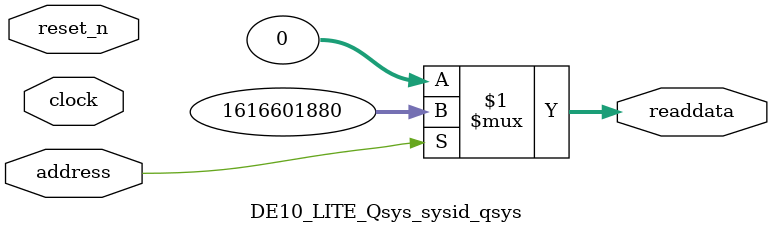
<source format=v>



// synthesis translate_off
`timescale 1ns / 1ps
// synthesis translate_on

// turn off superfluous verilog processor warnings 
// altera message_level Level1 
// altera message_off 10034 10035 10036 10037 10230 10240 10030 

module DE10_LITE_Qsys_sysid_qsys (
               // inputs:
                address,
                clock,
                reset_n,

               // outputs:
                readdata
             )
;

  output  [ 31: 0] readdata;
  input            address;
  input            clock;
  input            reset_n;

  wire    [ 31: 0] readdata;
  //control_slave, which is an e_avalon_slave
  assign readdata = address ? 1616601880 : 0;

endmodule



</source>
